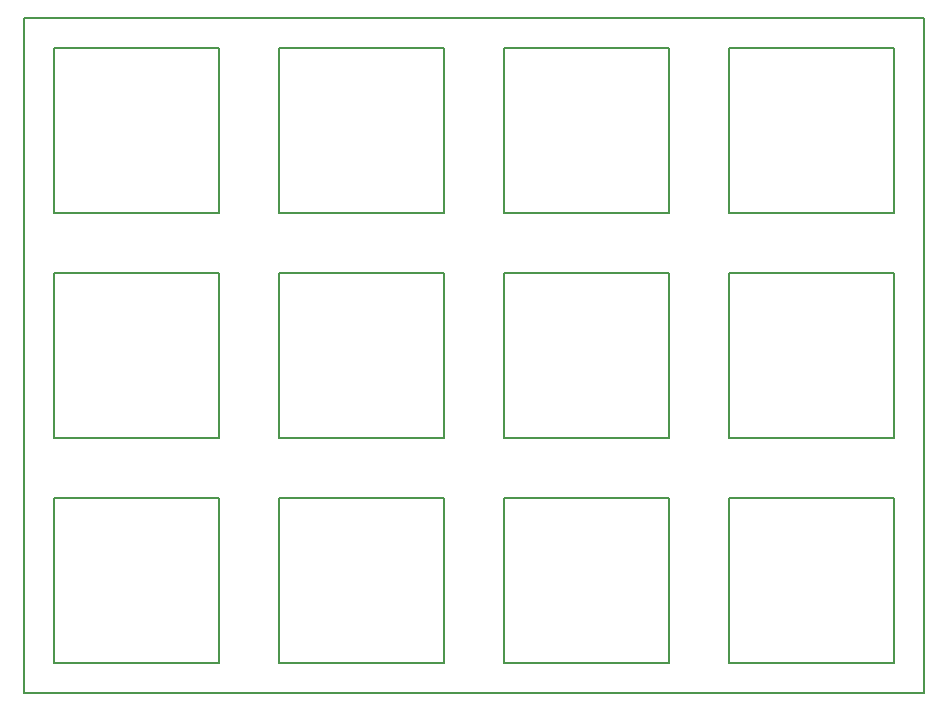
<source format=gbr>
G04 #@! TF.GenerationSoftware,KiCad,Pcbnew,(5.0.2)-1*
G04 #@! TF.CreationDate,2019-03-06T02:06:32-05:00*
G04 #@! TF.ProjectId,plate,706c6174-652e-46b6-9963-61645f706362,rev?*
G04 #@! TF.SameCoordinates,Original*
G04 #@! TF.FileFunction,Profile,NP*
%FSLAX46Y46*%
G04 Gerber Fmt 4.6, Leading zero omitted, Abs format (unit mm)*
G04 Created by KiCad (PCBNEW (5.0.2)-1) date 3/6/2019 2:06:32 AM*
%MOMM*%
%LPD*%
G01*
G04 APERTURE LIST*
%ADD10C,0.200000*%
G04 APERTURE END LIST*
D10*
X39086500Y-72390020D02*
X39086500Y-58389100D01*
X53085800Y-72390020D02*
X39086500Y-72390020D01*
X53085800Y-58389100D02*
X53085800Y-72390020D01*
X34036000Y-58389100D02*
X34036000Y-72390020D01*
X93712100Y-17766100D02*
X93712100Y-74915959D01*
X34036000Y-72390020D02*
X20036450Y-72390020D01*
X20036450Y-58389100D02*
X34036000Y-58389100D01*
X20036450Y-72390020D02*
X20036450Y-58389100D01*
X17511885Y-74915959D02*
X17511885Y-17766100D01*
X93712100Y-74915959D02*
X17511885Y-74915959D01*
X17511885Y-17766100D02*
X93712100Y-17766100D01*
X72135800Y-58389100D02*
X72135800Y-72390020D01*
X58136500Y-58389100D02*
X72135800Y-58389100D01*
X39086500Y-58389100D02*
X53085800Y-58389100D01*
X91185800Y-39339100D02*
X91185800Y-53340000D01*
X58136500Y-53340000D02*
X58136500Y-39339100D01*
X39086500Y-20289100D02*
X53085800Y-20289100D01*
X77186500Y-34289800D02*
X77186500Y-20289100D01*
X58136500Y-39339100D02*
X72135800Y-39339100D01*
X91185800Y-34289800D02*
X77186500Y-34289800D01*
X91185800Y-20289100D02*
X91185800Y-34289800D01*
X77186500Y-20289100D02*
X91185800Y-20289100D01*
X58136500Y-34289800D02*
X58136500Y-20289100D01*
X72135800Y-34289800D02*
X58136500Y-34289800D01*
X72135800Y-20289100D02*
X72135800Y-34289800D01*
X58136500Y-20289100D02*
X72135800Y-20289100D01*
X53085800Y-53340000D02*
X39086500Y-53340000D01*
X20036450Y-39339100D02*
X34036000Y-39339100D01*
X34036000Y-34289800D02*
X20036450Y-34289800D01*
X77186500Y-39339100D02*
X91185800Y-39339100D01*
X53085800Y-39339100D02*
X53085800Y-53340000D01*
X91185800Y-58389100D02*
X91185800Y-72390020D01*
X20036450Y-20289100D02*
X34036000Y-20289100D01*
X53085800Y-34289800D02*
X39086500Y-34289800D01*
X77186500Y-53340000D02*
X77186500Y-39339100D01*
X39086500Y-53340000D02*
X39086500Y-39339100D01*
X77186500Y-72390020D02*
X77186500Y-58389100D01*
X72135800Y-72390020D02*
X58136500Y-72390020D01*
X39086500Y-39339100D02*
X53085800Y-39339100D01*
X58136500Y-72390020D02*
X58136500Y-58389100D01*
X34036000Y-39339100D02*
X34036000Y-53340000D01*
X39086500Y-34289800D02*
X39086500Y-20289100D01*
X53085800Y-20289100D02*
X53085800Y-34289800D01*
X20036450Y-34289800D02*
X20036450Y-20289100D01*
X91185800Y-72390020D02*
X77186500Y-72390020D01*
X77186500Y-58389100D02*
X91185800Y-58389100D01*
X34036000Y-20289100D02*
X34036000Y-34289800D01*
X20036450Y-53340000D02*
X20036450Y-39339100D01*
X72135800Y-39339100D02*
X72135800Y-53340000D01*
X91185800Y-53340000D02*
X77186500Y-53340000D01*
X72135800Y-53340000D02*
X58136500Y-53340000D01*
X34036000Y-53340000D02*
X20036450Y-53340000D01*
M02*

</source>
